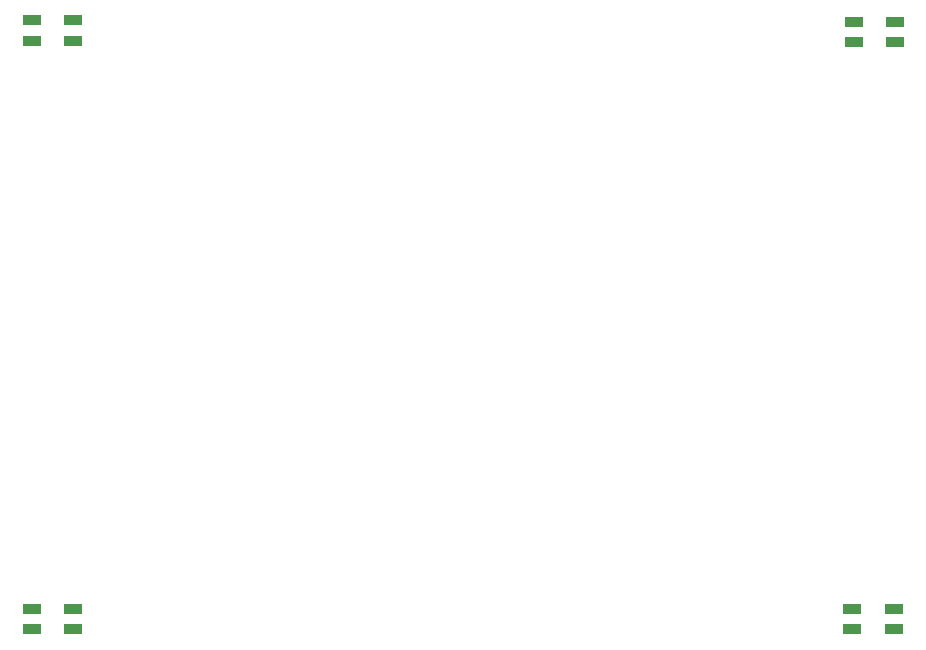
<source format=gbr>
%TF.GenerationSoftware,KiCad,Pcbnew,8.0.8*%
%TF.CreationDate,2025-02-20T21:51:01-07:00*%
%TF.ProjectId,my actual macropad,6d792061-6374-4756-916c-206d6163726f,rev?*%
%TF.SameCoordinates,Original*%
%TF.FileFunction,Paste,Top*%
%TF.FilePolarity,Positive*%
%FSLAX46Y46*%
G04 Gerber Fmt 4.6, Leading zero omitted, Abs format (unit mm)*
G04 Created by KiCad (PCBNEW 8.0.8) date 2025-02-20 21:51:01*
%MOMM*%
%LPD*%
G01*
G04 APERTURE LIST*
%ADD10R,1.600000X0.850000*%
G04 APERTURE END LIST*
D10*
%TO.C,D1*%
X95000000Y-101500000D03*
X95000000Y-103250000D03*
X98500000Y-103250000D03*
X98500000Y-101500000D03*
%TD*%
%TO.C,D2*%
X168100000Y-101600000D03*
X168100000Y-103350000D03*
X164600000Y-103350000D03*
X164600000Y-101600000D03*
%TD*%
%TO.C,D4*%
X164500000Y-151300000D03*
X164500000Y-153050000D03*
X168000000Y-153050000D03*
X168000000Y-151300000D03*
%TD*%
%TO.C,D3*%
X95000000Y-151325000D03*
X95000000Y-153075000D03*
X98500000Y-153075000D03*
X98500000Y-151325000D03*
%TD*%
M02*

</source>
